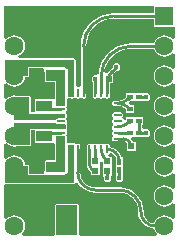
<source format=gbr>
%TF.GenerationSoftware,Altium Limited,Altium Designer,20.1.11 (218)*%
G04 Layer_Physical_Order=1*
G04 Layer_Color=255*
%FSLAX45Y45*%
%MOMM*%
%TF.SameCoordinates,8684D80F-3192-4470-AB3D-773AF577FA96*%
%TF.FilePolarity,Positive*%
%TF.FileFunction,Copper,L1,Top,Signal*%
%TF.Part,Single*%
G01*
G75*
%TA.AperFunction,Conductor*%
%ADD10C,0.24999*%
%TA.AperFunction,SMDPad,CuDef*%
%ADD11R,1.35000X0.95000*%
%ADD12R,0.56000X0.52000*%
%ADD13R,0.45000X0.50000*%
%ADD14R,3.70000X3.70000*%
G04:AMPARAMS|DCode=15|XSize=0.24247mm|YSize=0.75607mm|CornerRadius=0.12124mm|HoleSize=0mm|Usage=FLASHONLY|Rotation=90.000|XOffset=0mm|YOffset=0mm|HoleType=Round|Shape=RoundedRectangle|*
%AMROUNDEDRECTD15*
21,1,0.24247,0.51359,0,0,90.0*
21,1,0.00000,0.75607,0,0,90.0*
1,1,0.24247,0.25680,0.00000*
1,1,0.24247,0.25680,0.00000*
1,1,0.24247,-0.25680,0.00000*
1,1,0.24247,-0.25680,0.00000*
%
%ADD15ROUNDEDRECTD15*%
G04:AMPARAMS|DCode=16|XSize=0.75607mm|YSize=0.24247mm|CornerRadius=0.12124mm|HoleSize=0mm|Usage=FLASHONLY|Rotation=90.000|XOffset=0mm|YOffset=0mm|HoleType=Round|Shape=RoundedRectangle|*
%AMROUNDEDRECTD16*
21,1,0.75607,0.00000,0,0,90.0*
21,1,0.51359,0.24247,0,0,90.0*
1,1,0.24247,0.00000,0.25680*
1,1,0.24247,0.00000,-0.25680*
1,1,0.24247,0.00000,-0.25680*
1,1,0.24247,0.00000,0.25680*
%
%ADD16ROUNDEDRECTD16*%
%ADD17R,0.24247X0.75607*%
%ADD18R,0.55000X1.70000*%
%ADD19R,0.52000X0.56000*%
%ADD20R,0.50000X0.45000*%
%TA.AperFunction,ComponentPad*%
%ADD21C,1.60000*%
%ADD22R,1.60000X1.60000*%
%TA.AperFunction,ViaPad*%
%ADD23C,0.45000*%
G36*
X1307000Y1927940D02*
X966000D01*
Y1928354D01*
X922612Y1924940D01*
X880293Y1914780D01*
X840084Y1898124D01*
X802975Y1875384D01*
X769881Y1847119D01*
X741616Y1814025D01*
X718876Y1776916D01*
X702221Y1736707D01*
X692061Y1694388D01*
X688646Y1651000D01*
X689060D01*
Y1312063D01*
X671453Y1300846D01*
X669060Y1300635D01*
X662000Y1302040D01*
X645941Y1317393D01*
X645824Y1317662D01*
Y1536700D01*
X642654Y1544354D01*
X635000Y1547524D01*
X164630D01*
X160651Y1567524D01*
X172388Y1572385D01*
X191189Y1586811D01*
X205615Y1605612D01*
X214683Y1627505D01*
X217776Y1651000D01*
X214683Y1674495D01*
X205615Y1696388D01*
X191189Y1715189D01*
X172388Y1729615D01*
X150495Y1738683D01*
X127000Y1741776D01*
X103505Y1738683D01*
X81612Y1729615D01*
X62811Y1715189D01*
X60782Y1712544D01*
X40782Y1719333D01*
Y1991218D01*
X1307000D01*
Y1927940D01*
D02*
G37*
G36*
X966000Y1882060D02*
X1307000D01*
Y1815000D01*
X1483218D01*
Y1719333D01*
X1463218Y1712544D01*
X1461189Y1715189D01*
X1442388Y1729615D01*
X1420495Y1738683D01*
X1397000Y1741776D01*
X1373505Y1738683D01*
X1351612Y1729615D01*
X1332811Y1715189D01*
X1318385Y1696388D01*
X1309317Y1674495D01*
X1309244Y1673940D01*
X1116000D01*
Y1674354D01*
X1072612Y1670940D01*
X1030293Y1660780D01*
X990084Y1644124D01*
X952975Y1621384D01*
X919881Y1593119D01*
X891616Y1560025D01*
X868876Y1522916D01*
X852221Y1482707D01*
X842061Y1440388D01*
X840176Y1416449D01*
X836326Y1412719D01*
X819094Y1403485D01*
X812800Y1404737D01*
X800119Y1402214D01*
X789369Y1395031D01*
X782186Y1384281D01*
X779663Y1371600D01*
X782186Y1358919D01*
X789369Y1348169D01*
X789860Y1347841D01*
Y1281992D01*
X789436Y1279859D01*
Y1255692D01*
X789060Y1253803D01*
X789443Y1251878D01*
Y1228124D01*
X791160Y1219491D01*
X796050Y1212173D01*
X803368Y1207284D01*
X812000Y1205567D01*
X820632Y1207284D01*
X825100Y1210269D01*
X828416Y1212173D01*
X845584D01*
X848900Y1210269D01*
X853368Y1207284D01*
X862000Y1205567D01*
X870632Y1207284D01*
X874266Y1209712D01*
X878518Y1212173D01*
X895482D01*
X899734Y1209712D01*
X903368Y1207284D01*
X912000Y1205567D01*
X920632Y1207284D01*
X927950Y1212173D01*
X932840Y1219491D01*
X934557Y1228124D01*
Y1251878D01*
X934940Y1253803D01*
Y1335600D01*
X964200D01*
Y1407600D01*
X973563Y1423722D01*
X990021Y1440179D01*
X990600Y1440063D01*
X1003281Y1442586D01*
X1014031Y1449769D01*
X1021214Y1460519D01*
X1023737Y1473200D01*
X1021214Y1485881D01*
X1014031Y1496631D01*
X1003281Y1503814D01*
X990600Y1506337D01*
X977919Y1503814D01*
X967169Y1496631D01*
X959986Y1485881D01*
X957463Y1473200D01*
X957579Y1472621D01*
X936283Y1451325D01*
X935909Y1451699D01*
X917908Y1428238D01*
X916623Y1425136D01*
X905849Y1423147D01*
X899863Y1426441D01*
X889357Y1440350D01*
X896103Y1468449D01*
X909988Y1501969D01*
X928945Y1532904D01*
X952507Y1560493D01*
X980096Y1584056D01*
X1011031Y1603013D01*
X1044551Y1616897D01*
X1079830Y1625367D01*
X1115447Y1628170D01*
X1116000Y1628060D01*
X1309244D01*
X1309317Y1627505D01*
X1318385Y1605612D01*
X1332811Y1586811D01*
X1351612Y1572385D01*
X1373505Y1563317D01*
X1397000Y1560224D01*
X1420495Y1563317D01*
X1442388Y1572385D01*
X1461189Y1586811D01*
X1463218Y1589456D01*
X1483218Y1582667D01*
Y1465333D01*
X1463218Y1458544D01*
X1461189Y1461189D01*
X1442388Y1475615D01*
X1420495Y1484683D01*
X1397000Y1487776D01*
X1373505Y1484683D01*
X1351612Y1475615D01*
X1332811Y1461189D01*
X1318385Y1442388D01*
X1309317Y1420495D01*
X1306224Y1397000D01*
X1309317Y1373505D01*
X1318385Y1351612D01*
X1332811Y1332811D01*
X1351612Y1318385D01*
X1373505Y1309317D01*
X1397000Y1306224D01*
X1420495Y1309317D01*
X1442388Y1318385D01*
X1461189Y1332811D01*
X1463218Y1335456D01*
X1483218Y1328667D01*
Y1211333D01*
X1463218Y1204544D01*
X1461189Y1207189D01*
X1442388Y1221615D01*
X1420495Y1230683D01*
X1397000Y1233776D01*
X1373505Y1230683D01*
X1351612Y1221615D01*
X1332811Y1207189D01*
X1318385Y1188388D01*
X1309317Y1166495D01*
X1306224Y1143000D01*
X1309317Y1119505D01*
X1318385Y1097612D01*
X1332811Y1078811D01*
X1351612Y1064385D01*
X1373505Y1055317D01*
X1397000Y1052224D01*
X1420495Y1055317D01*
X1442388Y1064385D01*
X1461189Y1078811D01*
X1463218Y1081456D01*
X1483218Y1074667D01*
Y957333D01*
X1463218Y950544D01*
X1461189Y953189D01*
X1442388Y967615D01*
X1420495Y976683D01*
X1397000Y979776D01*
X1373505Y976683D01*
X1351612Y967615D01*
X1332811Y953189D01*
X1318385Y934388D01*
X1309317Y912495D01*
X1306224Y889000D01*
X1309317Y865505D01*
X1318385Y843612D01*
X1332811Y824811D01*
X1351612Y810385D01*
X1373505Y801317D01*
X1397000Y798224D01*
X1420495Y801317D01*
X1442388Y810385D01*
X1461189Y824811D01*
X1463218Y827456D01*
X1483218Y820667D01*
Y703333D01*
X1463218Y696544D01*
X1461189Y699189D01*
X1442388Y713615D01*
X1420495Y722683D01*
X1397000Y725776D01*
X1373505Y722683D01*
X1351612Y713615D01*
X1332811Y699189D01*
X1318385Y680388D01*
X1309317Y658495D01*
X1306224Y635000D01*
X1309317Y611505D01*
X1318385Y589612D01*
X1332811Y570811D01*
X1351612Y556385D01*
X1373505Y547317D01*
X1397000Y544224D01*
X1420495Y547317D01*
X1442388Y556385D01*
X1461189Y570811D01*
X1463218Y573456D01*
X1483218Y566667D01*
Y449333D01*
X1463218Y442544D01*
X1461189Y445189D01*
X1442388Y459615D01*
X1420495Y468683D01*
X1397000Y471776D01*
X1373505Y468683D01*
X1351612Y459615D01*
X1332811Y445189D01*
X1318385Y426388D01*
X1309317Y404495D01*
X1306224Y381000D01*
X1309317Y357505D01*
X1318385Y335612D01*
X1332811Y316811D01*
X1351612Y302385D01*
X1373505Y293317D01*
X1397000Y290224D01*
X1420495Y293317D01*
X1442388Y302385D01*
X1461189Y316811D01*
X1463218Y319456D01*
X1483218Y312667D01*
Y195333D01*
X1463218Y188544D01*
X1461189Y191189D01*
X1442388Y205615D01*
X1420495Y214683D01*
X1397000Y217776D01*
X1373505Y214683D01*
X1351612Y205615D01*
X1332811Y191189D01*
X1318385Y172388D01*
X1313063Y159539D01*
X1291094Y154530D01*
X1270157Y163202D01*
X1249181Y179298D01*
X1233085Y200275D01*
X1222966Y224703D01*
X1222073Y231484D01*
X1220367Y250775D01*
X1220381Y250917D01*
X1218480Y270217D01*
X1216394Y291391D01*
X1204588Y330310D01*
X1185417Y366177D01*
X1159667Y397554D01*
Y397555D01*
X1144729Y409764D01*
X1129751Y422056D01*
X1095702Y440256D01*
X1058756Y451463D01*
X1020335Y455248D01*
Y454740D01*
X812800D01*
X812610Y454702D01*
X787845Y457141D01*
X763849Y464420D01*
X741733Y476241D01*
X722349Y492149D01*
X706441Y511533D01*
X694620Y533649D01*
X687341Y557645D01*
X684902Y582410D01*
X684940Y582600D01*
Y778197D01*
X684557Y780122D01*
Y803876D01*
X682840Y812509D01*
X677950Y819827D01*
X670632Y824716D01*
X662000Y826433D01*
X653368Y824716D01*
X634123Y826000D01*
Y826000D01*
X589877D01*
X573596Y834981D01*
X569624Y839234D01*
Y855733D01*
X570716Y857368D01*
X572433Y866000D01*
X570716Y874632D01*
X569624Y876267D01*
Y889000D01*
X566454Y896654D01*
X570716Y907368D01*
X572433Y916000D01*
X570716Y924632D01*
X571463Y944846D01*
X571463Y944846D01*
X574633Y952500D01*
Y984590D01*
X574277Y985449D01*
X574488Y986355D01*
X572734Y989175D01*
X571463Y992243D01*
X570716Y1007368D01*
X572433Y1016000D01*
X570716Y1024632D01*
X565827Y1031950D01*
X564627Y1039683D01*
X567257Y1042977D01*
X568252Y1046420D01*
X569623Y1049731D01*
Y1055732D01*
X570716Y1057368D01*
X572433Y1066000D01*
X570716Y1074632D01*
X569623Y1076268D01*
Y1079500D01*
X566454Y1087154D01*
X570543Y1107108D01*
X570716Y1107368D01*
X572433Y1116000D01*
X570716Y1124632D01*
X566454Y1135346D01*
X569624Y1143000D01*
Y1155733D01*
X570716Y1157368D01*
X572433Y1166000D01*
X570716Y1174632D01*
X569624Y1176267D01*
Y1192766D01*
X584200Y1208376D01*
X601733D01*
X603368Y1207284D01*
X612000Y1205567D01*
X620632Y1207284D01*
X622267Y1208376D01*
X635000D01*
X642654Y1211546D01*
X653368Y1207284D01*
X662000Y1205567D01*
X670632Y1207284D01*
X675100Y1210269D01*
X678416Y1212173D01*
X695584D01*
X698900Y1210269D01*
X703368Y1207284D01*
X712000Y1205567D01*
X720632Y1207284D01*
X727950Y1212173D01*
X732840Y1219491D01*
X734557Y1228124D01*
Y1251878D01*
X734940Y1253803D01*
Y1651000D01*
X734830Y1651553D01*
X737633Y1687170D01*
X746103Y1722449D01*
X759988Y1755969D01*
X778945Y1786904D01*
X802507Y1814493D01*
X830096Y1838056D01*
X861031Y1857013D01*
X894551Y1870897D01*
X929830Y1879367D01*
X965447Y1882170D01*
X966000Y1882060D01*
D02*
G37*
G36*
X367265Y1462376D02*
X378749Y1451653D01*
X379421Y1447800D01*
X381000D01*
Y1438737D01*
X382000Y1433000D01*
X381999Y1433000D01*
X382000Y1432999D01*
Y1361000D01*
X382876D01*
Y1358900D01*
X386046Y1351246D01*
X393700Y1348076D01*
X471776D01*
Y1213701D01*
X458500Y1199200D01*
X303500D01*
Y1090324D01*
X264824D01*
Y1214507D01*
X264824Y1219200D01*
X264823Y1219202D01*
X261654Y1226854D01*
X254002Y1230023D01*
X254000Y1230025D01*
X249308Y1230024D01*
X152087Y1230024D01*
X150495Y1230683D01*
X127000Y1233776D01*
X103505Y1230683D01*
X81612Y1221615D01*
X62811Y1207189D01*
X60782Y1204544D01*
X40782Y1211333D01*
Y1328667D01*
X60782Y1335456D01*
X62811Y1332811D01*
X81612Y1318385D01*
X103505Y1309317D01*
X127000Y1306224D01*
X150495Y1309317D01*
X172388Y1318385D01*
X191189Y1332811D01*
X205615Y1351612D01*
X214683Y1373505D01*
X216351Y1386176D01*
X241300D01*
X248954Y1389346D01*
X252124Y1397000D01*
Y1462376D01*
X367265Y1462376D01*
D02*
G37*
G36*
X635000Y1219200D02*
X584200D01*
Y1435530D01*
X584200Y1447800D01*
X584201Y1447800D01*
X577893Y1453514D01*
X574666Y1455670D01*
X563759Y1462959D01*
X548053Y1469466D01*
X531379Y1472782D01*
X522879Y1473199D01*
X241300Y1473200D01*
Y1397000D01*
X50800D01*
Y1536700D01*
X635000D01*
Y1219200D01*
D02*
G37*
G36*
X558800Y1143000D02*
X482600D01*
Y1358900D01*
X393700D01*
Y1447800D01*
X558800D01*
Y1143000D01*
D02*
G37*
G36*
X254000Y1079500D02*
X558799D01*
Y1049731D01*
X549876Y1038557D01*
X498517D01*
X489885Y1036840D01*
X482567Y1031950D01*
X480395Y1028700D01*
X126999Y1028700D01*
X127000Y1219200D01*
X254000Y1219200D01*
Y1079500D01*
D02*
G37*
G36*
X482567Y1000050D02*
X489885Y995160D01*
X498517Y993443D01*
X549876D01*
X551109Y993688D01*
X563809Y984590D01*
Y952500D01*
X259009D01*
Y812800D01*
X127000D01*
Y1003300D01*
X480395D01*
X482567Y1000050D01*
D02*
G37*
G36*
X303500Y832800D02*
X458500D01*
X471776Y818299D01*
Y683924D01*
X393700D01*
X386046Y680754D01*
X382876Y673100D01*
Y671000D01*
X382000D01*
Y599001D01*
X381999Y599000D01*
X382000D01*
X381000Y593263D01*
Y584200D01*
X379421D01*
X378749Y580347D01*
X367265Y569624D01*
X252124D01*
Y635000D01*
X248954Y642654D01*
X241300Y645824D01*
X216351D01*
X214683Y658495D01*
X205615Y680388D01*
X191189Y699189D01*
X172388Y713615D01*
X150495Y722683D01*
X127000Y725776D01*
X103505Y722683D01*
X81612Y713615D01*
X62811Y699189D01*
X60782Y696544D01*
X40782Y703333D01*
Y820667D01*
X60782Y827456D01*
X62811Y824811D01*
X81612Y810385D01*
X103505Y801317D01*
X127000Y798224D01*
X150495Y801317D01*
X152086Y801976D01*
X259009D01*
X266663Y805146D01*
X269833Y812800D01*
Y941676D01*
X303500D01*
Y832800D01*
D02*
G37*
G36*
X635000Y495300D02*
X50800D01*
Y635000D01*
X241300D01*
Y558800D01*
X522879Y558800D01*
X531379Y559218D01*
X548053Y562534D01*
X563759Y569040D01*
X577894Y578485D01*
X584199Y584201D01*
X584200Y584200D01*
Y812800D01*
X635000D01*
Y495300D01*
D02*
G37*
G36*
X558800Y584200D02*
X393700D01*
Y673100D01*
X482600D01*
Y889000D01*
X558800D01*
Y584200D01*
D02*
G37*
G36*
X660400Y50800D02*
X482600D01*
Y304800D01*
X660400D01*
Y50800D01*
D02*
G37*
G36*
X664574Y492282D02*
X668010Y485854D01*
X689666Y459466D01*
X716054Y437810D01*
X746161Y421718D01*
X778827Y411808D01*
X812800Y408462D01*
Y408860D01*
X1020335D01*
X1020894Y408971D01*
X1049739Y406130D01*
X1078014Y397553D01*
X1104072Y383625D01*
X1111971Y377142D01*
X1126825Y364735D01*
X1126828Y364729D01*
X1126831Y364727D01*
X1139274Y349894D01*
X1146985Y340498D01*
X1161886Y312622D01*
X1171061Y282374D01*
X1172262Y270183D01*
X1173689Y250767D01*
X1173689D01*
X1176501Y222215D01*
X1184874Y194615D01*
X1198470Y169179D01*
X1216766Y146884D01*
X1239061Y128587D01*
X1264497Y114991D01*
X1292097Y106619D01*
X1309128Y104942D01*
X1309317Y103505D01*
X1318385Y81612D01*
X1332811Y62811D01*
X1335456Y60782D01*
X1328667Y40782D01*
X688723D01*
X671224Y50800D01*
Y304800D01*
X668054Y312454D01*
X660400Y315624D01*
X482600D01*
X474946Y312454D01*
X471776Y304800D01*
Y50800D01*
X454277Y40782D01*
X195333D01*
X188544Y60782D01*
X191189Y62811D01*
X205615Y81612D01*
X214683Y103505D01*
X217776Y127000D01*
X214683Y150495D01*
X205615Y172388D01*
X191189Y191189D01*
X172388Y205615D01*
X150495Y214683D01*
X127000Y217776D01*
X103505Y214683D01*
X81612Y205615D01*
X62811Y191189D01*
X60782Y188544D01*
X40782Y195333D01*
Y466977D01*
X50800Y484476D01*
X635000D01*
X642654Y487646D01*
X643405Y489460D01*
X662848Y492560D01*
X664574Y492282D01*
D02*
G37*
%LPC*%
G36*
X1244600Y1252337D02*
X1235500Y1250526D01*
X1215500Y1251700D01*
X1215500Y1251700D01*
X1145500Y1251700D01*
X1125500Y1251700D01*
X1070500D01*
Y1216856D01*
X1051868Y1202559D01*
X1026754Y1192157D01*
X1002710Y1188991D01*
X999803Y1189278D01*
Y1188940D01*
X997878Y1188557D01*
X974124D01*
X965491Y1186840D01*
X958173Y1181950D01*
X953284Y1174632D01*
X951567Y1166000D01*
X953284Y1157368D01*
X958173Y1150050D01*
X965491Y1145160D01*
X974124Y1143443D01*
X997878D01*
X999803Y1143060D01*
Y1142779D01*
X1002901Y1143084D01*
X1029779Y1139545D01*
X1057712Y1127975D01*
X1070500Y1118162D01*
Y1085100D01*
X1140500D01*
Y1150100D01*
X1104137D01*
X1101832Y1151992D01*
X1100426Y1173475D01*
X1112964Y1186700D01*
X1140500Y1186700D01*
X1160500Y1186700D01*
X1215500D01*
Y1186700D01*
X1235500Y1187874D01*
X1244600Y1186063D01*
X1257281Y1188586D01*
X1268031Y1195769D01*
X1275214Y1206519D01*
X1277737Y1219200D01*
X1275214Y1231881D01*
X1268031Y1242631D01*
X1257281Y1249814D01*
X1244600Y1252337D01*
D02*
G37*
G36*
X1025483Y1088557D02*
X974124D01*
X965491Y1086840D01*
X958173Y1081950D01*
X953284Y1074632D01*
X951567Y1066000D01*
X953284Y1057368D01*
X955712Y1053734D01*
X958173Y1049482D01*
Y1032518D01*
X955712Y1028266D01*
X953284Y1024632D01*
X951567Y1016000D01*
X953284Y1007368D01*
X955712Y1003734D01*
X958173Y999482D01*
Y982518D01*
X955712Y978266D01*
X953284Y974632D01*
X951567Y966000D01*
X953284Y957368D01*
X955712Y953734D01*
X956752Y951937D01*
X958173Y932518D01*
X953283Y924632D01*
X951567Y916001D01*
X951566Y916000D01*
X951750Y915078D01*
X953284Y907368D01*
X956269Y902900D01*
X958173Y899584D01*
Y882416D01*
X956269Y879100D01*
X953284Y874632D01*
X951567Y866000D01*
X953284Y857368D01*
X958173Y850050D01*
X965491Y845160D01*
X974124Y843443D01*
X997878D01*
X999803Y843060D01*
X1052600D01*
X1053238Y843187D01*
X1068793Y840093D01*
X1081600Y831535D01*
Y763000D01*
X1153600D01*
Y839000D01*
X1131568D01*
X1129031Y845127D01*
X1116160Y861900D01*
X1117395Y868455D01*
X1123756Y881900D01*
X1140500Y881900D01*
X1160500Y881900D01*
X1215500D01*
Y881900D01*
X1235500Y883074D01*
X1244600Y881263D01*
X1257281Y883786D01*
X1268031Y890969D01*
X1275214Y901719D01*
X1277737Y914400D01*
X1275214Y927081D01*
X1268031Y937831D01*
X1257281Y945014D01*
X1244600Y947537D01*
X1235500Y945726D01*
X1215500Y946900D01*
X1203440Y961437D01*
Y983500D01*
X1215500D01*
Y1048500D01*
X1145500Y1048500D01*
X1125500Y1048500D01*
X1070500D01*
Y1032376D01*
X1070080Y1031451D01*
X1065711Y1028874D01*
X1060327Y1027696D01*
X1050958Y1030087D01*
X1041433Y1037776D01*
Y1049482D01*
X1043895Y1053734D01*
X1046323Y1057368D01*
X1048040Y1066000D01*
X1046323Y1074632D01*
X1041433Y1081950D01*
X1034115Y1086840D01*
X1025483Y1088557D01*
D02*
G37*
G36*
X912000Y826433D02*
X903368Y824716D01*
X898900Y821731D01*
X895584Y819827D01*
X878416D01*
X875100Y821731D01*
X870632Y824716D01*
X862000Y826433D01*
X853368Y824716D01*
X849734Y822288D01*
X845482Y819827D01*
X828518D01*
X824266Y822288D01*
X820632Y824716D01*
X812000Y826433D01*
X803368Y824716D01*
X798900Y821731D01*
X795584Y819827D01*
X778416D01*
X775100Y821731D01*
X770632Y824716D01*
X762000Y826433D01*
X753368Y824716D01*
X746050Y819827D01*
X741160Y812509D01*
X739443Y803876D01*
Y780122D01*
X739060Y778197D01*
Y646800D01*
X738868D01*
X741387Y627665D01*
X748773Y609834D01*
X760522Y594522D01*
X775834Y582773D01*
X776800Y582373D01*
Y558000D01*
X848800D01*
Y616000D01*
X848800Y633999D01*
X848800D01*
Y636001D01*
X848800D01*
Y673051D01*
X868800Y681744D01*
X878400Y673465D01*
X878400Y636000D01*
X878400Y616000D01*
Y558000D01*
X878400D01*
X882178Y538000D01*
X881263Y533400D01*
X883786Y520719D01*
X890969Y509969D01*
X901719Y502786D01*
X914400Y500263D01*
X927081Y502786D01*
X937831Y509969D01*
X945014Y520719D01*
X947537Y533400D01*
X946622Y538000D01*
X950400Y558000D01*
X950400D01*
X950400Y558000D01*
X950400Y634000D01*
X950400Y654000D01*
Y712000D01*
X924224D01*
X920632Y731677D01*
X927950Y736567D01*
X932840Y743885D01*
X942129Y748850D01*
X952598Y744514D01*
X969414Y731611D01*
X975205Y724064D01*
X983500Y707500D01*
X983500Y637500D01*
X983500Y617500D01*
Y562500D01*
X983500D01*
X984674Y542500D01*
X982863Y533400D01*
X985386Y520719D01*
X992569Y509969D01*
X1003319Y502786D01*
X1016000Y500263D01*
X1028681Y502786D01*
X1039431Y509969D01*
X1046614Y520719D01*
X1049137Y533400D01*
X1047326Y542500D01*
X1048500Y562500D01*
X1048500Y562500D01*
X1048500Y632500D01*
X1048500Y652500D01*
Y707500D01*
X1034089D01*
X1029436Y722840D01*
X1017689Y744816D01*
X1001881Y764078D01*
X982619Y779886D01*
X960643Y791632D01*
X936798Y798866D01*
X934557Y799087D01*
Y803876D01*
X932840Y812509D01*
X927950Y819827D01*
X920632Y824716D01*
X912000Y826433D01*
D02*
G37*
%LPD*%
D10*
X1116000Y1651000D02*
G03*
X862000Y1397000I0J-254000D01*
G01*
X966000Y1905000D02*
G03*
X712000Y1651000I0J-254000D01*
G01*
X662000Y582600D02*
G03*
X812800Y431800I150800J0D01*
G01*
X1143049Y380950D02*
G03*
X1020335Y431800I-122715J-122648D01*
G01*
X1196882Y250791D02*
G03*
X1320800Y127000I123918J127D01*
G01*
X1196882Y250791D02*
G03*
X1143050Y380950I-183965J126D01*
G01*
X999803Y1166000D02*
G03*
X1089421Y1203121I0J126738D01*
G01*
X1097615Y1125485D02*
G03*
X999803Y1166000I-97812J-97812D01*
G01*
Y966000D02*
G03*
X1094884Y1005384I0J134464D01*
G01*
X1105500Y914400D02*
G03*
X1101637Y916000I-3863J-3863D01*
G01*
X1016000Y674197D02*
G03*
X912000Y778197I-104000J0D01*
G01*
X1014804Y675393D02*
G03*
X1014800Y675396I-2900J-2893D01*
G01*
X1016000Y672500D02*
G03*
X1014804Y675393I-4096J0D01*
G01*
X1117600Y801000D02*
G03*
X1052600Y866000I-65000J0D01*
G01*
X862000Y778197D02*
G03*
X898626Y689774I125049J0D01*
G01*
X762000Y646800D02*
G03*
X812800Y596000I50800J0D01*
G01*
X952504Y1435104D02*
G03*
X926200Y1371600I63504J-63504D01*
G01*
D02*
G03*
X912000Y1337318I34282J-34282D01*
G01*
X929805Y1183805D02*
G03*
X1004200Y1363410I-179605J179605D01*
G01*
X1180500Y914400D02*
X1244600D01*
X1180500D02*
Y1016000D01*
X381000Y1116300D02*
X381300Y1116000D01*
X1180500Y1016000D02*
X1183614Y1019114D01*
X812800Y1280283D02*
Y1371600D01*
X862000Y1253803D02*
Y1397000D01*
X812376Y1279859D02*
X812800Y1280283D01*
X812376Y1254179D02*
Y1279859D01*
X812000Y1253803D02*
X812376Y1254179D01*
X1116000Y1651000D02*
X1397000D01*
X966000Y1905000D02*
X1397000D01*
X712000Y1253803D02*
Y1651000D01*
X812800Y431800D02*
X1020335D01*
X662000Y582600D02*
Y778197D01*
X1320800Y127000D02*
X1397000D01*
X1016000Y533400D02*
Y597500D01*
X914400Y533400D02*
Y596000D01*
X762000Y1168400D02*
Y1253803D01*
X1180500Y1117600D02*
X1244600D01*
X1180500Y1219200D02*
X1244600D01*
X1097615Y1125485D02*
X1105500Y1117600D01*
X1089421Y1203121D02*
X1105500Y1219200D01*
X1094884Y1005384D02*
X1105500Y1016000D01*
X999803Y916000D02*
X1101637D01*
X914400Y863600D02*
X1117600Y723000D01*
X1014800Y675396D02*
X1014804Y675393D01*
X999803Y866000D02*
X1052600D01*
X1016000Y672500D02*
Y674197D01*
X898626Y689774D02*
X914400Y674000D01*
X762000Y646800D02*
Y778197D01*
X912000Y1253803D02*
Y1337318D01*
X952504Y1435104D02*
X990600Y1473200D01*
X914400Y1168400D02*
X929805Y1183805D01*
X1004200Y1363410D02*
Y1371600D01*
X812000Y778197D02*
X812376Y777821D01*
Y674424D02*
Y777821D01*
Y674424D02*
X812800Y674000D01*
X1004200Y1371600D02*
X1006200D01*
X712000Y778197D02*
Y862800D01*
X711200Y863600D02*
X712000Y862800D01*
X916000Y1116000D02*
X999803D01*
X914400Y1117600D02*
X916000Y1116000D01*
X381300D02*
X524197D01*
X381300Y916000D02*
X524197D01*
X381000Y915700D02*
X381300Y916000D01*
D11*
X381000Y1141700D02*
D03*
Y1296700D02*
D03*
Y890300D02*
D03*
Y735300D02*
D03*
D12*
X342000Y1397000D02*
D03*
X420000D02*
D03*
X342000Y635000D02*
D03*
X420000D02*
D03*
X926200Y1371600D02*
D03*
X1004200D02*
D03*
D13*
X1016000Y597500D02*
D03*
Y672500D02*
D03*
D14*
X762000Y1016000D02*
D03*
D15*
X524197Y866000D02*
D03*
Y916000D02*
D03*
Y966000D02*
D03*
Y1016000D02*
D03*
Y1066000D02*
D03*
Y1116000D02*
D03*
Y1166000D02*
D03*
X999803D02*
D03*
Y1116000D02*
D03*
Y1066000D02*
D03*
Y1016000D02*
D03*
Y966000D02*
D03*
Y916000D02*
D03*
Y866000D02*
D03*
D16*
X612000Y1253803D02*
D03*
X662000D02*
D03*
X712000D02*
D03*
X762000D02*
D03*
X812000D02*
D03*
X862000D02*
D03*
X912000D02*
D03*
Y778197D02*
D03*
X862000D02*
D03*
X812000D02*
D03*
X762000D02*
D03*
X712000D02*
D03*
X662000D02*
D03*
D17*
X612000D02*
D03*
D18*
X604500Y177800D02*
D03*
X919500D02*
D03*
D19*
X812800Y596000D02*
D03*
Y674000D02*
D03*
X1117600Y801000D02*
D03*
Y723000D02*
D03*
X914400Y596000D02*
D03*
Y674000D02*
D03*
D20*
X1180500Y914400D02*
D03*
X1105500D02*
D03*
X1180500Y1016000D02*
D03*
X1105500D02*
D03*
X1180500Y1219200D02*
D03*
X1105500D02*
D03*
X1180500Y1117600D02*
D03*
X1105500D02*
D03*
D21*
X127000Y127000D02*
D03*
Y381000D02*
D03*
Y889000D02*
D03*
Y1397000D02*
D03*
Y1651000D02*
D03*
Y1143000D02*
D03*
Y635000D02*
D03*
X1397000Y127000D02*
D03*
Y381000D02*
D03*
Y889000D02*
D03*
Y1397000D02*
D03*
Y1651000D02*
D03*
Y1143000D02*
D03*
Y635000D02*
D03*
D22*
X127000Y1905000D02*
D03*
X1397000D02*
D03*
D23*
X1244600Y914400D02*
D03*
X508000Y1422400D02*
D03*
Y1371600D02*
D03*
Y1320800D02*
D03*
Y1270000D02*
D03*
X279400Y1422400D02*
D03*
Y1371600D02*
D03*
Y1320800D02*
D03*
Y1270000D02*
D03*
X609600Y1117600D02*
D03*
Y1066800D02*
D03*
Y1168400D02*
D03*
X812800Y1371600D02*
D03*
X1016000Y533400D02*
D03*
X914400D02*
D03*
X990600Y228600D02*
D03*
Y127000D02*
D03*
Y177800D02*
D03*
Y279400D02*
D03*
X508000Y609600D02*
D03*
X1244600Y1219200D02*
D03*
Y1117600D02*
D03*
X990600Y1473200D02*
D03*
Y76200D02*
D03*
X533400D02*
D03*
Y279400D02*
D03*
Y127000D02*
D03*
Y177800D02*
D03*
Y228600D02*
D03*
X508000Y762000D02*
D03*
Y711200D02*
D03*
Y660400D02*
D03*
X279400Y609600D02*
D03*
Y660400D02*
D03*
Y711200D02*
D03*
Y762000D02*
D03*
X660400Y965200D02*
D03*
X711200D02*
D03*
X762000D02*
D03*
Y1016000D02*
D03*
X711200D02*
D03*
X660400D02*
D03*
Y1066800D02*
D03*
X711200D02*
D03*
X762000D02*
D03*
X812800D02*
D03*
Y1016000D02*
D03*
Y965200D02*
D03*
Y914400D02*
D03*
X762000D02*
D03*
X711200D02*
D03*
X660400D02*
D03*
X609600D02*
D03*
Y965200D02*
D03*
Y1016000D02*
D03*
X863600Y1066800D02*
D03*
Y1016000D02*
D03*
Y965200D02*
D03*
Y914400D02*
D03*
Y863600D02*
D03*
X812800D02*
D03*
X762000D02*
D03*
X711200D02*
D03*
X660400D02*
D03*
X609600D02*
D03*
X914400D02*
D03*
Y914400D02*
D03*
Y965200D02*
D03*
Y1016000D02*
D03*
Y1066800D02*
D03*
Y1117600D02*
D03*
X863600D02*
D03*
X812800D02*
D03*
X762000D02*
D03*
X711200D02*
D03*
X660400D02*
D03*
X914400Y1168400D02*
D03*
X863600D02*
D03*
X812800D02*
D03*
X762000D02*
D03*
X711200D02*
D03*
X660400D02*
D03*
%TF.MD5,2a157bbafc45305bbc92cdd6eb40bd6a*%
M02*

</source>
